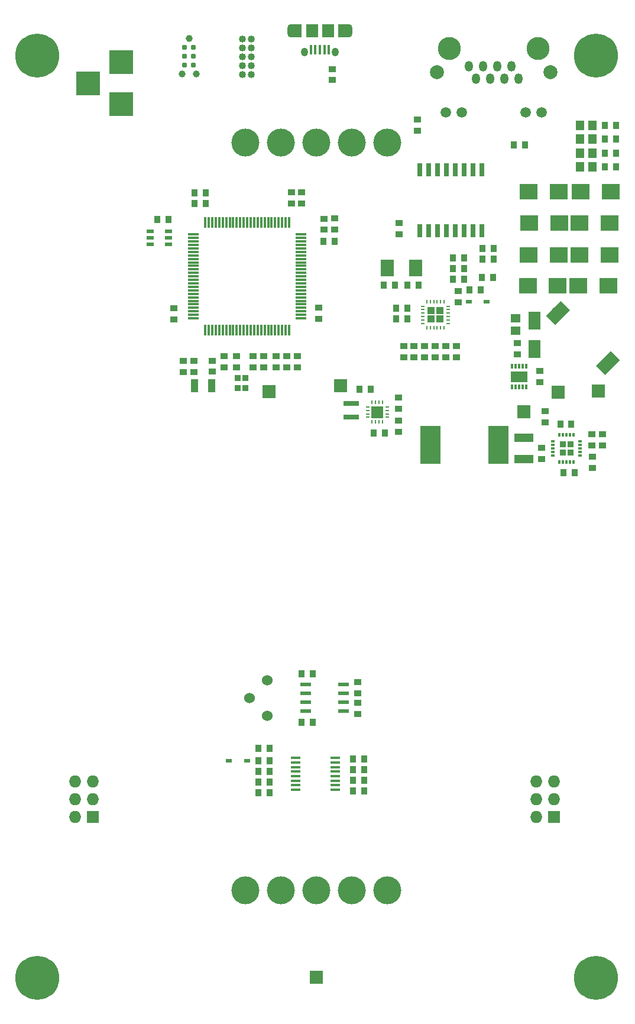
<source format=gts>
G04 #@! TF.GenerationSoftware,KiCad,Pcbnew,no-vcs-found-40f60c9~58~ubuntu16.04.1*
G04 #@! TF.CreationDate,2017-03-31T16:44:17+01:00*
G04 #@! TF.ProjectId,bigtime,62696774696D652E6B696361645F7063,rev?*
G04 #@! TF.FileFunction,Soldermask,Top*
G04 #@! TF.FilePolarity,Negative*
%FSLAX46Y46*%
G04 Gerber Fmt 4.6, Leading zero omitted, Abs format (unit mm)*
G04 Created by KiCad (PCBNEW no-vcs-found-40f60c9~58~ubuntu16.04.1) date Fri Mar 31 16:44:17 2017*
%MOMM*%
%LPD*%
G01*
G04 APERTURE LIST*
%ADD10C,0.100000*%
%ADD11R,1.900000X1.900000*%
%ADD12R,1.000000X0.950000*%
%ADD13R,0.950000X1.000000*%
%ADD14R,2.500000X2.300000*%
%ADD15C,0.787000*%
%ADD16C,1.000000*%
%ADD17R,0.600000X0.250000*%
%ADD18R,0.250000X0.600000*%
%ADD19R,1.702000X1.702000*%
%ADD20R,0.300000X1.500000*%
%ADD21R,1.500000X0.300000*%
%ADD22C,2.000000*%
%ADD23C,1.500000*%
%ADD24O,1.200000X1.500000*%
%ADD25C,3.300000*%
%ADD26R,0.900000X0.500000*%
%ADD27R,1.550000X0.600000*%
%ADD28C,1.524000*%
%ADD29R,3.500000X3.500000*%
%ADD30R,0.400000X1.350000*%
%ADD31O,1.000000X1.250000*%
%ADD32R,1.800000X1.900000*%
%ADD33R,1.575000X1.900000*%
%ADD34O,1.000000X1.900000*%
%ADD35R,1.100000X1.900000*%
%ADD36C,4.000000*%
%ADD37R,1.727200X1.727200*%
%ADD38O,1.727200X1.727200*%
%ADD39R,1.150000X1.450000*%
%ADD40R,1.450000X1.150000*%
%ADD41R,2.700000X1.150000*%
%ADD42R,0.640000X1.910000*%
%ADD43R,0.300000X0.700000*%
%ADD44R,2.352000X1.582000*%
%ADD45R,1.700000X2.500000*%
%ADD46C,1.016000*%
%ADD47R,0.300000X0.600000*%
%ADD48R,0.600000X0.300000*%
%ADD49R,0.852000X0.852000*%
%ADD50R,0.230000X0.480000*%
%ADD51R,0.480000X0.230000*%
%ADD52R,1.002000X1.002000*%
%ADD53R,1.100000X0.600000*%
%ADD54R,0.850000X0.950000*%
%ADD55R,1.900000X2.400000*%
%ADD56C,1.850000*%
%ADD57R,2.900000X5.400000*%
%ADD58C,0.600000*%
%ADD59C,6.300000*%
%ADD60R,1.350000X0.450000*%
%ADD61R,2.200000X0.800000*%
G04 APERTURE END LIST*
D10*
D11*
X169940000Y-155990000D03*
X210370000Y-72070000D03*
D12*
X171060000Y-47370000D03*
X171060000Y-48970000D03*
X172610000Y-48940000D03*
X172610000Y-47340000D03*
D13*
X172630000Y-50590000D03*
X171030000Y-50590000D03*
D14*
X211998700Y-48000000D03*
X207698700Y-48000000D03*
D13*
X147240000Y-47490000D03*
X148840000Y-47490000D03*
D15*
X151131000Y-22890000D03*
X152401000Y-22890000D03*
X151131000Y-24160000D03*
X152401000Y-24160000D03*
X151131000Y-25430000D03*
X152401000Y-25430000D03*
D16*
X151766000Y-21620000D03*
X150750000Y-26700000D03*
X152782000Y-26700000D03*
D13*
X177760000Y-71810000D03*
X176160000Y-71810000D03*
X195410000Y-53160000D03*
X193810000Y-53160000D03*
D12*
X202710000Y-74950000D03*
X202710000Y-76550000D03*
X187000000Y-65600000D03*
X187000000Y-67200000D03*
D17*
X177310000Y-74310000D03*
X177310000Y-74810000D03*
X177310000Y-75310000D03*
X177310000Y-75810000D03*
D18*
X177960000Y-76460000D03*
X178460000Y-76460000D03*
X178960000Y-76460000D03*
X179460000Y-76460000D03*
D17*
X180110000Y-75810000D03*
X180110000Y-75310000D03*
X180110000Y-74810000D03*
X180110000Y-74310000D03*
D18*
X179460000Y-73660000D03*
X178960000Y-73660000D03*
X178460000Y-73660000D03*
X177960000Y-73660000D03*
D19*
X178710000Y-75060000D03*
D20*
X154080000Y-63340000D03*
X154580000Y-63340000D03*
X155080000Y-63340000D03*
X155580000Y-63340000D03*
X156080000Y-63340000D03*
X156580000Y-63340000D03*
X157080000Y-63340000D03*
X157580000Y-63340000D03*
X158080000Y-63340000D03*
X158580000Y-63340000D03*
X159080000Y-63340000D03*
X159580000Y-63340000D03*
X160080000Y-63340000D03*
X160580000Y-63340000D03*
X161080000Y-63340000D03*
X161580000Y-63340000D03*
X162080000Y-63340000D03*
X162580000Y-63340000D03*
X163080000Y-63340000D03*
X163580000Y-63340000D03*
X164080000Y-63340000D03*
X164580000Y-63340000D03*
X165080000Y-63340000D03*
X165580000Y-63340000D03*
X166080000Y-63340000D03*
D21*
X167780000Y-61640000D03*
X167780000Y-61140000D03*
X167780000Y-60640000D03*
X167780000Y-60140000D03*
X167780000Y-59640000D03*
X167780000Y-59140000D03*
X167780000Y-58640000D03*
X167780000Y-58140000D03*
X167780000Y-57640000D03*
X167780000Y-57140000D03*
X167780000Y-56640000D03*
X167780000Y-56140000D03*
X167780000Y-55640000D03*
X167780000Y-55140000D03*
X167780000Y-54640000D03*
X167780000Y-54140000D03*
X167780000Y-53640000D03*
X167780000Y-53140000D03*
X167780000Y-52640000D03*
X167780000Y-52140000D03*
X167780000Y-51640000D03*
X167780000Y-51140000D03*
X167780000Y-50640000D03*
X167780000Y-50140000D03*
X167780000Y-49640000D03*
D20*
X166080000Y-47940000D03*
X165580000Y-47940000D03*
X165080000Y-47940000D03*
X164580000Y-47940000D03*
X164080000Y-47940000D03*
X163580000Y-47940000D03*
X163080000Y-47940000D03*
X162580000Y-47940000D03*
X162080000Y-47940000D03*
X161580000Y-47940000D03*
X161080000Y-47940000D03*
X160580000Y-47940000D03*
X160080000Y-47940000D03*
X159580000Y-47940000D03*
X159080000Y-47940000D03*
X158580000Y-47940000D03*
X158080000Y-47940000D03*
X157580000Y-47940000D03*
X157080000Y-47940000D03*
X156580000Y-47940000D03*
X156080000Y-47940000D03*
X155580000Y-47940000D03*
X155080000Y-47940000D03*
X154580000Y-47940000D03*
X154080000Y-47940000D03*
D21*
X152380000Y-49640000D03*
X152380000Y-50140000D03*
X152380000Y-50640000D03*
X152380000Y-51140000D03*
X152380000Y-51640000D03*
X152380000Y-52140000D03*
X152380000Y-52640000D03*
X152380000Y-53140000D03*
X152380000Y-53640000D03*
X152380000Y-54140000D03*
X152380000Y-54640000D03*
X152380000Y-55140000D03*
X152380000Y-55640000D03*
X152380000Y-56140000D03*
X152380000Y-56640000D03*
X152380000Y-57140000D03*
X152380000Y-57640000D03*
X152380000Y-58140000D03*
X152380000Y-58640000D03*
X152380000Y-59140000D03*
X152380000Y-59640000D03*
X152380000Y-60140000D03*
X152380000Y-60640000D03*
X152380000Y-61140000D03*
X152380000Y-61640000D03*
D13*
X191170000Y-53020000D03*
X189570000Y-53020000D03*
D12*
X181760000Y-76260000D03*
X181760000Y-77860000D03*
D22*
X203470000Y-26430000D03*
D23*
X188490000Y-32140000D03*
X190770000Y-32140000D03*
X199920000Y-32140000D03*
X202200000Y-32140000D03*
D24*
X198900000Y-27320000D03*
X196870000Y-27320000D03*
X194840000Y-27320000D03*
X192810000Y-27320000D03*
X195850000Y-25540000D03*
X193820000Y-25540000D03*
X197890000Y-25540000D03*
X191790000Y-25540000D03*
D25*
X189000000Y-23000000D03*
X201700000Y-23000000D03*
D22*
X187220000Y-26430000D03*
D12*
X166390000Y-45240000D03*
X166390000Y-43640000D03*
X167890000Y-43640000D03*
X167890000Y-45240000D03*
D26*
X157480000Y-124980000D03*
X160080000Y-124980000D03*
D27*
X173880000Y-117885000D03*
X173880000Y-116615000D03*
X173880000Y-115345000D03*
X173880000Y-114075000D03*
X168480000Y-114075000D03*
X168480000Y-115345000D03*
X168480000Y-116615000D03*
X168480000Y-117885000D03*
D28*
X162970000Y-118520000D03*
X160430000Y-115980000D03*
X162970000Y-113440000D03*
D13*
X169480000Y-119480000D03*
X167880000Y-119480000D03*
X167880000Y-112480000D03*
X169480000Y-112480000D03*
D12*
X175930000Y-113680000D03*
X175930000Y-115280000D03*
X175930000Y-118280000D03*
X175930000Y-116680000D03*
D29*
X137300000Y-28000000D03*
X142000000Y-25000000D03*
X142000000Y-31000000D03*
D11*
X163210000Y-72160000D03*
X173460000Y-71310000D03*
X199710000Y-75000000D03*
X204640000Y-72240000D03*
D12*
X172250000Y-27550000D03*
X172250000Y-25950000D03*
X152450000Y-67710000D03*
X152450000Y-69310000D03*
X155040000Y-69290000D03*
X155040000Y-67690000D03*
D30*
X170500000Y-23175000D03*
X169850000Y-23175000D03*
X171150000Y-23175000D03*
X171800000Y-23175000D03*
X169200000Y-23175000D03*
D31*
X168275000Y-23500000D03*
X172725000Y-23500000D03*
D32*
X169350000Y-20500000D03*
X171650000Y-20500000D03*
D33*
X167112500Y-20500000D03*
D34*
X166325000Y-20500000D03*
D33*
X173887500Y-20500000D03*
D34*
X174675000Y-20500000D03*
D35*
X152510000Y-71310000D03*
X155010000Y-71310000D03*
D36*
X159840000Y-143500000D03*
X164920000Y-143500000D03*
X170000000Y-143500000D03*
X175080000Y-143500000D03*
X180160000Y-143500000D03*
X180160000Y-36500000D03*
X175080000Y-36500000D03*
X170000000Y-36500000D03*
X164920000Y-36500000D03*
X159840000Y-36500000D03*
D37*
X138000000Y-133000000D03*
D38*
X135460000Y-133000000D03*
X138000000Y-130460000D03*
X135460000Y-130460000D03*
X138000000Y-127920000D03*
X135460000Y-127920000D03*
X201460000Y-127920000D03*
X204000000Y-127920000D03*
X201460000Y-130460000D03*
X204000000Y-130460000D03*
X201460000Y-133000000D03*
D37*
X204000000Y-133000000D03*
D13*
X212930000Y-38000000D03*
X211330000Y-38000000D03*
X211330000Y-34000000D03*
X212930000Y-34000000D03*
X212930000Y-36000000D03*
X211330000Y-36000000D03*
X193530000Y-57540000D03*
X191930000Y-57540000D03*
X198230000Y-36810000D03*
X199830000Y-36810000D03*
X183020000Y-60230000D03*
X181420000Y-60230000D03*
X183020000Y-61730000D03*
X181420000Y-61730000D03*
X176820000Y-124750000D03*
X175220000Y-124750000D03*
D12*
X182480000Y-65580000D03*
X182480000Y-67180000D03*
X183980000Y-67180000D03*
X183980000Y-65580000D03*
X184500000Y-33200000D03*
X184500000Y-34800000D03*
D13*
X152560000Y-43700000D03*
X154160000Y-43700000D03*
D12*
X190010000Y-67200000D03*
X190010000Y-65600000D03*
D13*
X212930000Y-40000000D03*
X211330000Y-40000000D03*
X163320000Y-125000000D03*
X161720000Y-125000000D03*
D12*
X210960000Y-79800000D03*
X210960000Y-78200000D03*
D13*
X163320000Y-126500000D03*
X161720000Y-126500000D03*
X161720000Y-128000000D03*
X163320000Y-128000000D03*
X163320000Y-129500000D03*
X161720000Y-129500000D03*
X176820000Y-126250000D03*
X175220000Y-126250000D03*
X175220000Y-127750000D03*
X176820000Y-127750000D03*
D12*
X209460000Y-78200000D03*
X209460000Y-79800000D03*
X202000000Y-69200000D03*
X202000000Y-70800000D03*
X198750000Y-66800000D03*
X198750000Y-65200000D03*
D13*
X207010000Y-83750000D03*
X205410000Y-83750000D03*
X176820000Y-129250000D03*
X175220000Y-129250000D03*
D12*
X188510000Y-65600000D03*
X188510000Y-67200000D03*
X165730000Y-68630000D03*
X165730000Y-67030000D03*
D13*
X195300000Y-55790000D03*
X193700000Y-55790000D03*
D12*
X167230000Y-67020000D03*
X167230000Y-68620000D03*
D13*
X204910000Y-76750000D03*
X206510000Y-76750000D03*
D12*
X209510000Y-81450000D03*
X209510000Y-83050000D03*
X202210000Y-80200000D03*
X202210000Y-81800000D03*
X150960000Y-67730000D03*
X150960000Y-69330000D03*
D13*
X183050000Y-56900000D03*
X184650000Y-56900000D03*
X179600000Y-56900000D03*
X181200000Y-56900000D03*
D12*
X190330000Y-57720000D03*
X190330000Y-59320000D03*
X164220000Y-67030000D03*
X164220000Y-68630000D03*
X181850000Y-47990000D03*
X181850000Y-49590000D03*
D13*
X191160000Y-56030000D03*
X189560000Y-56030000D03*
D12*
X185500000Y-65600000D03*
X185500000Y-67200000D03*
D13*
X195410000Y-51660000D03*
X193810000Y-51660000D03*
D12*
X158580000Y-67030000D03*
X158580000Y-68630000D03*
X162430000Y-67020000D03*
X162430000Y-68620000D03*
D13*
X189560000Y-54530000D03*
X191160000Y-54530000D03*
X152560000Y-45210000D03*
X154160000Y-45210000D03*
D12*
X170290000Y-61710000D03*
X170290000Y-60110000D03*
X149580000Y-61820000D03*
X149580000Y-60220000D03*
X156730000Y-68670000D03*
X156730000Y-67070000D03*
X160930000Y-68620000D03*
X160930000Y-67020000D03*
D39*
X209530000Y-40000000D03*
X207730000Y-40000000D03*
X207730000Y-38000000D03*
X209530000Y-38000000D03*
X209530000Y-34000000D03*
X207730000Y-34000000D03*
X207730000Y-36000000D03*
X209530000Y-36000000D03*
D40*
X198500000Y-61600000D03*
X198500000Y-63400000D03*
D41*
X199710000Y-78750000D03*
X199710000Y-81750000D03*
D42*
X193695000Y-40365000D03*
X192425000Y-40365000D03*
X191155000Y-40365000D03*
X189885000Y-40365000D03*
X188615000Y-40365000D03*
X187345000Y-40365000D03*
X186075000Y-40365000D03*
X184805000Y-40365000D03*
X184805000Y-49135000D03*
X186075000Y-49135000D03*
X187345000Y-49135000D03*
X188615000Y-49135000D03*
X189885000Y-49135000D03*
X191155000Y-49135000D03*
X192425000Y-49135000D03*
X193695000Y-49135000D03*
D43*
X200000000Y-68525000D03*
X199500000Y-68525000D03*
X199000000Y-68525000D03*
X198500000Y-68525000D03*
X198000000Y-68525000D03*
X198000000Y-71475000D03*
X198500000Y-71475000D03*
X199000000Y-71475000D03*
X199500000Y-71475000D03*
X200000000Y-71475000D03*
D44*
X199000000Y-70000000D03*
D14*
X207502716Y-57000000D03*
X211802716Y-57000000D03*
X204683372Y-43513756D03*
X200383372Y-43513756D03*
X200448700Y-48000000D03*
X204748700Y-48000000D03*
X204552716Y-57000000D03*
X200252716Y-57000000D03*
X207850000Y-43513756D03*
X212150000Y-43513756D03*
X207633372Y-52609644D03*
X211933372Y-52609644D03*
X204683372Y-52609644D03*
X200383372Y-52609644D03*
D45*
X201250000Y-62000000D03*
X201250000Y-66000000D03*
D46*
X159365000Y-21645000D03*
X160635000Y-21645000D03*
X159365000Y-22915000D03*
X160635000Y-22915000D03*
X159365000Y-24185000D03*
X160635000Y-24185000D03*
X159365000Y-25455000D03*
X160635000Y-25455000D03*
X159365000Y-26725000D03*
X160635000Y-26725000D03*
D47*
X204810000Y-82175000D03*
X205310000Y-82175000D03*
X205810000Y-82175000D03*
X206310000Y-82175000D03*
X206810000Y-82175000D03*
D48*
X207735000Y-81250000D03*
X207735000Y-80750000D03*
X207735000Y-80250000D03*
X207735000Y-79750000D03*
X207735000Y-79250000D03*
D47*
X206810000Y-78325000D03*
X206310000Y-78325000D03*
X205810000Y-78325000D03*
X205310000Y-78325000D03*
X204810000Y-78325000D03*
D48*
X203885000Y-79250000D03*
X203885000Y-79750000D03*
X203885000Y-80250000D03*
X203885000Y-80750000D03*
X203885000Y-81250000D03*
D49*
X205245000Y-80815000D03*
X206375000Y-80815000D03*
X205245000Y-79685000D03*
X206375000Y-79685000D03*
D50*
X188290000Y-59290000D03*
X187790000Y-59290000D03*
X187290000Y-59290000D03*
X186790000Y-59290000D03*
X186290000Y-59290000D03*
X185790000Y-59290000D03*
D51*
X185180000Y-59900000D03*
X185180000Y-60400000D03*
X185180000Y-60900000D03*
X185180000Y-61400000D03*
X185180000Y-61900000D03*
X185180000Y-62400000D03*
D50*
X185790000Y-63010000D03*
X186290000Y-63010000D03*
X186790000Y-63010000D03*
X187290000Y-63010000D03*
X187790000Y-63010000D03*
X188290000Y-63010000D03*
D51*
X188900000Y-62400000D03*
X188900000Y-61900000D03*
X188900000Y-61400000D03*
X188900000Y-60900000D03*
X188900000Y-60400000D03*
X188900000Y-59900000D03*
D52*
X187640000Y-60550000D03*
X186440000Y-60550000D03*
X187640000Y-61750000D03*
X186440000Y-61750000D03*
D26*
X194400000Y-59230000D03*
X191800000Y-59230000D03*
D53*
X146200000Y-49150000D03*
X146200000Y-50100000D03*
X146200000Y-51050000D03*
X148800000Y-51050000D03*
X148800000Y-50100000D03*
X148800000Y-49150000D03*
D54*
X158705000Y-70155000D03*
X158705000Y-71605000D03*
X159855000Y-71605000D03*
X159855000Y-70155000D03*
D55*
X180100000Y-54400000D03*
X184200000Y-54400000D03*
D56*
X211730000Y-68040000D03*
D10*
G36*
X210015266Y-68446586D02*
X212136586Y-66325266D01*
X213444734Y-67633414D01*
X211323414Y-69754734D01*
X210015266Y-68446586D01*
X210015266Y-68446586D01*
G37*
D56*
X204550000Y-60860000D03*
D10*
G36*
X202835266Y-61266586D02*
X204956586Y-59145266D01*
X206264734Y-60453414D01*
X204143414Y-62574734D01*
X202835266Y-61266586D01*
X202835266Y-61266586D01*
G37*
D57*
X186360000Y-79750000D03*
X196060000Y-79750000D03*
D58*
X211800000Y-157800000D03*
X208200000Y-157800000D03*
X211800000Y-154200000D03*
X208200000Y-154200000D03*
X207500000Y-156000000D03*
X210000000Y-158500000D03*
X212500000Y-156000000D03*
X210000000Y-153500000D03*
D59*
X210000000Y-156000000D03*
X130000000Y-24000000D03*
D58*
X130000000Y-21500000D03*
X132500000Y-24000000D03*
X130000000Y-26500000D03*
X127500000Y-24000000D03*
X128200000Y-22200000D03*
X131800000Y-22200000D03*
X128200000Y-25800000D03*
X131800000Y-25800000D03*
X131800000Y-157800000D03*
X128200000Y-157800000D03*
X131800000Y-154200000D03*
X128200000Y-154200000D03*
X127500000Y-156000000D03*
X130000000Y-158500000D03*
X132500000Y-156000000D03*
X130000000Y-153500000D03*
D59*
X130000000Y-156000000D03*
X210000000Y-24000000D03*
D58*
X210000000Y-21500000D03*
X212500000Y-24000000D03*
X210000000Y-26500000D03*
X207500000Y-24000000D03*
X208200000Y-22200000D03*
X211800000Y-22200000D03*
X208200000Y-25800000D03*
X211800000Y-25800000D03*
D13*
X179760000Y-78060000D03*
X178160000Y-78060000D03*
D12*
X181710000Y-73010000D03*
X181710000Y-74610000D03*
D13*
X161680000Y-123160000D03*
X163280000Y-123160000D03*
D60*
X166975000Y-124555000D03*
X166975000Y-125205000D03*
X166975000Y-125855000D03*
X166975000Y-126505000D03*
X166975000Y-127155000D03*
X166975000Y-127805000D03*
X166975000Y-128455000D03*
X166975000Y-129105000D03*
X172725000Y-129105000D03*
X172725000Y-128455000D03*
X172725000Y-127805000D03*
X172725000Y-127155000D03*
X172725000Y-126505000D03*
X172725000Y-125855000D03*
X172725000Y-125205000D03*
X172725000Y-124555000D03*
D61*
X174960000Y-73810000D03*
X174960000Y-75810000D03*
M02*

</source>
